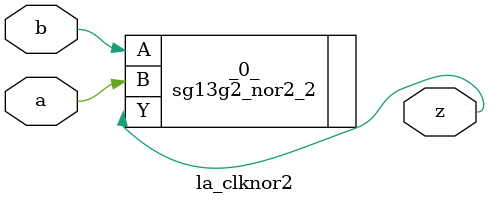
<source format=v>

/* Generated by Yosys 0.44 (git sha1 80ba43d26, g++ 11.4.0-1ubuntu1~22.04 -fPIC -O3) */

(* top =  1  *)
(* src = "generated" *)
module la_clknor2 (
    a,
    b,
    z
);
  (* src = "generated" *)
  input a;
  wire a;
  (* src = "generated" *)
  input b;
  wire b;
  (* src = "generated" *)
  output z;
  wire z;
  sg13g2_nor2_2 _0_ (
      .A(b),
      .B(a),
      .Y(z)
  );
endmodule

</source>
